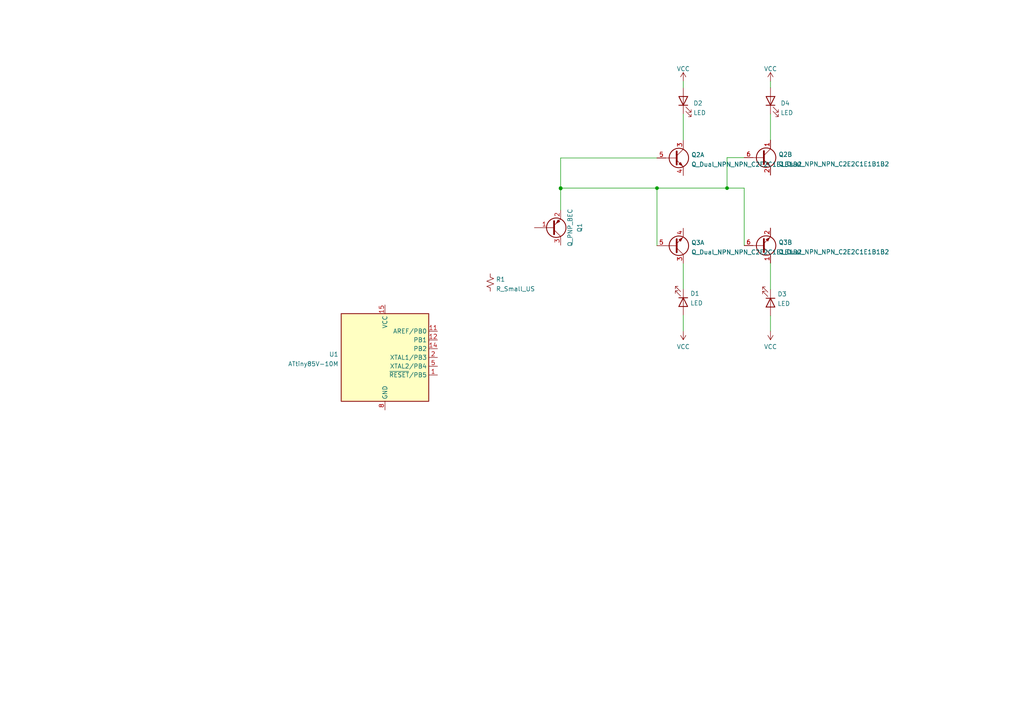
<source format=kicad_sch>
(kicad_sch (version 20211123) (generator eeschema)
  (paper "A4")
  (lib_symbols
    (symbol "Device:LED" (pin_numbers hide) (pin_names (offset 1.016) hide)
      (property "Reference" "D" (at 0 2.54 0))
      (property "Value" "LED" (at 0 -2.54 0))
      (symbol "LED_0_1"
        (polyline (pts (xy -1.27 -1.27) (xy -1.27 1.27)) (stroke (width 0.254)))
        (polyline (pts (xy -1.27 0) (xy 1.27 0)))
        (polyline (pts (xy 1.27 -1.27) (xy 1.27 1.27) (xy -1.27 0) (xy 1.27 -1.27)) (stroke (width 0.254)))
        (polyline (pts (xy -3.048 -0.762) (xy -4.572 -2.286) (xy -3.81 -2.286) (xy -4.572 -2.286) (xy -4.572 -1.524)))
        (polyline (pts (xy -1.778 -0.762) (xy -3.302 -2.286) (xy -2.54 -2.286) (xy -3.302 -2.286) (xy -3.302 -1.524)))
      )
      (symbol "LED_1_1"
        (pin passive line (at -3.81 0 0) (length 2.54) (name "K") (number "1"))
        (pin passive line (at 3.81 0 180) (length 2.54) (name "A") (number "2"))
      )
    )
    (symbol "Device:Q_Dual_NPN_NPN_C2E2C1E1B1B2" (pin_names (offset 0) hide)
      (property "Reference" "Q" (at 5.08 1.27 0))
      (property "Value" "Q_Dual_NPN_NPN_C2E2C1E1B1B2" (at 5.08 -1.27 0))
      (symbol "Q_Dual_NPN_NPN_C2E2C1E1B1B2_0_1"
        (polyline (pts (xy 0.635 0) (xy -2.54 0)))
        (polyline (pts (xy 0.635 0.635) (xy 2.54 2.54)))
        (polyline (pts (xy 0.635 -0.635) (xy 2.54 -2.54) (xy 2.54 -2.54)))
        (polyline (pts (xy 0.635 1.905) (xy 0.635 -1.905) (xy 0.635 -1.905)) (stroke (width 0.508)))
        (polyline (pts (xy 1.27 -1.778) (xy 1.778 -1.27) (xy 2.286 -2.286) (xy 1.27 -1.778) (xy 1.27 -1.778)) (fill (type outline)))
        (circle (center 1.27 0) (radius 2.8194) (stroke (width 0.254)))
      )
      (symbol "Q_Dual_NPN_NPN_C2E2C1E1B1B2_1_1"
        (pin passive line (at 2.54 5.08 270) (length 2.54) (name "C1") (number "3"))
        (pin passive line (at 2.54 -5.08 90) (length 2.54) (name "E1") (number "4"))
        (pin input line (at -5.08 0 0) (length 2.54) (name "B1") (number "5"))
      )
      (symbol "Q_Dual_NPN_NPN_C2E2C1E1B1B2_2_1"
        (pin passive line (at 2.54 5.08 270) (length 2.54) (name "C2") (number "1"))
        (pin passive line (at 2.54 -5.08 90) (length 2.54) (name "E2") (number "2"))
        (pin input line (at -5.08 0 0) (length 2.54) (name "B2") (number "6"))
      )
    )
    (symbol "Device:Q_PNP_BEC" (pin_names (offset 0) hide)
      (property "Reference" "Q" (at 5.08 1.27 0))
      (property "Value" "Q_PNP_BEC" (at 5.08 -1.27 0))
      (symbol "Q_PNP_BEC_0_1"
        (polyline (pts (xy 0.635 0.635) (xy 2.54 2.54)))
        (polyline (pts (xy 0.635 -0.635) (xy 2.54 -2.54) (xy 2.54 -2.54)))
        (polyline (pts (xy 0.635 1.905) (xy 0.635 -1.905) (xy 0.635 -1.905)) (stroke (width 0.508)))
        (polyline (pts (xy 2.286 -1.778) (xy 1.778 -2.286) (xy 1.27 -1.27) (xy 2.286 -1.778) (xy 2.286 -1.778)) (fill (type outline)))
        (circle (center 1.27 0) (radius 2.8194) (stroke (width 0.254)))
      )
      (symbol "Q_PNP_BEC_1_1"
        (pin input line (at -5.08 0 0) (length 5.715) (name "B") (number "1"))
        (pin passive line (at 2.54 -5.08 90) (length 2.54) (name "E") (number "2"))
        (pin passive line (at 2.54 5.08 270) (length 2.54) (name "C") (number "3"))
      )
    )
    (symbol "Device:R_Small_US" (pin_numbers hide) (pin_names (offset 0.254) hide)
      (property "Reference" "R" (at 0.762 0.508 0))
      (property "Value" "R_Small_US" (at 0.762 -1.016 0))
      (symbol "R_Small_US_1_1"
        (polyline (pts (xy 0 0) (xy 1.016 -0.381) (xy 0 -0.762) (xy -1.016 -1.143) (xy 0 -1.524)))
        (polyline (pts (xy 0 1.524) (xy 1.016 1.143) (xy 0 0.762) (xy -1.016 0.381) (xy 0 0)))
        (pin passive line (at 0 2.54 270) (length 1.016) (name "~") (number "1"))
        (pin passive line (at 0 -2.54 90) (length 1.016) (name "~") (number "2"))
      )
    )
    (symbol "MCU_Microchip_ATtiny:ATtiny85V-10M"
      (property "Reference" "U" (at -12.7 13.97 0))
      (property "Value" "ATtiny85V-10M" (at 2.54 -13.97 0))
      (symbol "ATtiny85V-10M_0_1"
        (rectangle (start -12.7 -12.7) (end 12.7 12.7) (stroke (width 0.254)) (fill (type background)))
      )
      (symbol "ATtiny85V-10M_1_1"
        (pin bidirectional line (at 15.24 -5.08 180) (length 2.54) (name "~{RESET}/PB5") (number "1"))
        (pin no_connect line (at -12.7 -2.54 0) (length 2.54) hide (name "NC") (number "10"))
        (pin bidirectional line (at 15.24 7.62 180) (length 2.54) (name "AREF/PB0") (number "11"))
        (pin bidirectional line (at 15.24 5.08 180) (length 2.54) (name "PB1") (number "12"))
        (pin no_connect line (at -12.7 -5.08 0) (length 2.54) hide (name "NC") (number "13"))
        (pin bidirectional line (at 15.24 2.54 180) (length 2.54) (name "PB2") (number "14"))
        (pin power_in line (at 0 15.24 270) (length 2.54) (name "VCC") (number "15"))
        (pin no_connect line (at -12.7 -7.62 0) (length 2.54) hide (name "NC") (number "16"))
        (pin no_connect line (at -12.7 -10.16 0) (length 2.54) hide (name "NC") (number "17"))
        (pin no_connect line (at -7.62 -12.7 90) (length 2.54) hide (name "NC") (number "18"))
        (pin no_connect line (at -5.08 -12.7 90) (length 2.54) hide (name "NC") (number "19"))
        (pin bidirectional line (at 15.24 0 180) (length 2.54) (name "XTAL1/PB3") (number "2"))
        (pin no_connect line (at -2.54 -12.7 90) (length 2.54) hide (name "NC") (number "20"))
        (pin passive line (at 0 -15.24 90) (length 2.54) hide (name "GND") (number "21"))
        (pin no_connect line (at -12.7 10.16 0) (length 2.54) hide (name "NC") (number "3"))
        (pin no_connect line (at -12.7 7.62 0) (length 2.54) hide (name "NC") (number "4"))
        (pin bidirectional line (at 15.24 -2.54 180) (length 2.54) (name "XTAL2/PB4") (number "5"))
        (pin no_connect line (at -12.7 5.08 0) (length 2.54) hide (name "NC") (number "6"))
        (pin no_connect line (at -12.7 2.54 0) (length 2.54) hide (name "NC") (number "7"))
        (pin power_in line (at 0 -15.24 90) (length 2.54) (name "GND") (number "8"))
        (pin no_connect line (at -12.7 0 0) (length 2.54) hide (name "NC") (number "9"))
      )
    )
    (symbol "power:VCC" (power) (pin_names (offset 0))
      (property "Value" "VCC" (at 0 3.81 0))
      (symbol "VCC_0_1"
        (polyline (pts (xy -0.762 1.27) (xy 0 2.54)))
        (polyline (pts (xy 0 0) (xy 0 2.54)))
        (polyline (pts (xy 0 2.54) (xy 0.762 1.27)))
      )
      (symbol "VCC_1_1"
        (pin power_in line (at 0 0 90) (length 0) hide (name "VCC") (number "1"))
      )
    )
  )
  (junction (at 162.6108 54.6608))
  (junction (at 190.5508 54.5592))
  (junction (at 162.6108 54.5592))
  (junction (at 210.8708 54.5592))
  (wire (pts (xy 198.1708 33.0708) (xy 198.1708 40.7416)))
  (wire (pts (xy 190.5508 54.5592) (xy 162.6108 54.5592)))
  (wire (pts (xy 210.8708 54.5592) (xy 215.8492 54.5592)))
  (wire (pts (xy 215.8492 71.2216) (xy 215.8492 54.5592)))
  (wire (pts (xy 198.1708 91.44) (xy 198.1708 96.012)))
  (wire (pts (xy 198.1708 23.5712) (xy 198.1708 25.4508)))
  (wire (pts (xy 223.4692 33.0708) (xy 223.4692 40.64)))
  (wire (pts (xy 210.8708 54.5592) (xy 190.5508 54.5592)))
  (wire (pts (xy 223.4692 76.3016) (xy 223.4692 83.9724)))
  (wire (pts (xy 162.6108 45.8216) (xy 162.6108 54.5592)))
  (wire (pts (xy 223.4692 91.5924) (xy 223.4692 96.012)))
  (wire (pts (xy 210.8708 45.72) (xy 210.8708 54.5592)))
  (wire (pts (xy 190.5508 54.5592) (xy 190.5508 71.2724)))
  (wire (pts (xy 215.8492 45.72) (xy 210.8708 45.72)))
  (wire (pts (xy 162.6108 54.6608) (xy 162.6108 60.96)))
  (wire (pts (xy 223.4692 23.5712) (xy 223.4692 25.4508)))
  (wire (pts (xy 198.1708 76.3524) (xy 198.1708 83.82)))
  (wire (pts (xy 190.5508 45.8216) (xy 162.6108 45.8216)))
  (symbol (lib_id "Device:LED") (at 223.4692 29.2608 90) (unit 1)
    (property "Reference" "D4" (at 226.3902 29.9398 90) (effects (justify right)))
    (property "Value" "LED" (at 226.3902 32.7149 90) (effects (justify right)))
    (property "Footprint" "LED_SMD:LED_0603_1608Metric" (effects hide))
  )
  (symbol (lib_id "power:VCC") (at 223.4692 23.5712 0) (unit 1)
    (property "Reference" "#PWR0101" (effects hide))
    (property "Value" "VCC" (at 223.4692 19.9667 0))
  )
  (symbol (lib_id "power:VCC") (at 223.4692 96.012 180) (unit 1)
    (property "Reference" "#PWR0103" (effects hide))
    (property "Value" "VCC" (at 223.4692 100.5745 0))
  )
  (symbol (lib_id "Device:R_Small_US") (at 142.1892 81.9404 0) (unit 1)
    (property "Reference" "R1" (at 143.8402 81.0319 0) (effects (justify left)))
    (property "Value" "R_Small_US" (at 143.8402 83.807 0) (effects (justify left)))
  )
  (symbol (lib_id "Device:Q_Dual_NPN_NPN_C2E2C1E1B1B2") (at 220.9292 45.72 0) (unit 2)
    (property "Reference" "Q2" (at 225.7806 44.8115 0) (effects (justify left)))
    (property "Value" "Q_Dual_NPN_NPN_C2E2C1E1B1B2" (at 225.7806 47.5866 0) (effects (justify left)))
    (property "Footprint" "Package_TO_SOT_SMD:SOT-23-6" (effects hide))
  )
  (symbol (lib_id "Device:Q_Dual_NPN_NPN_C2E2C1E1B1B2") (at 220.9292 71.2216 0) (mirror x) (unit 2)
    (property "Reference" "Q3" (at 225.7806 70.3131 0) (effects (justify left)))
    (property "Value" "Q_Dual_NPN_NPN_C2E2C1E1B1B2" (at 225.7806 73.0882 0) (effects (justify left)))
    (property "Footprint" "Package_TO_SOT_SMD:SOT-23-6" (effects hide))
  )
  (symbol (lib_id "Device:LED") (at 198.1708 29.2608 90) (unit 1)
    (property "Reference" "D2" (at 201.0918 29.9398 90) (effects (justify right)))
    (property "Value" "LED" (at 201.0918 32.7149 90) (effects (justify right)))
    (property "Footprint" "LED_SMD:LED_0603_1608Metric" (effects hide))
  )
  (symbol (lib_id "Device:Q_Dual_NPN_NPN_C2E2C1E1B1B2") (at 195.6308 45.8216 0) (unit 1)
    (property "Reference" "Q2" (at 200.4822 44.9131 0) (effects (justify left)))
    (property "Value" "Q_Dual_NPN_NPN_C2E2C1E1B1B2" (at 200.4822 47.6882 0) (effects (justify left)))
    (property "Footprint" "Package_TO_SOT_SMD:SOT-23-6" (effects hide))
  )
  (symbol (lib_id "Device:LED") (at 223.4692 87.7824 270) (unit 1)
    (property "Reference" "D3" (at 225.5012 85.2864 90) (effects (justify left)))
    (property "Value" "LED" (at 225.5012 88.0615 90) (effects (justify left)))
    (property "Footprint" "LED_SMD:LED_0603_1608Metric" (effects hide))
  )
  (symbol (lib_id "power:VCC") (at 198.1708 96.012 180) (unit 1)
    (property "Reference" "#PWR0104" (effects hide))
    (property "Value" "VCC" (at 198.1708 100.5745 0))
  )
  (symbol (lib_id "Device:LED") (at 198.1708 87.63 270) (unit 1)
    (property "Reference" "D1" (at 200.2028 85.134 90) (effects (justify left)))
    (property "Value" "LED" (at 200.2028 87.9091 90) (effects (justify left)))
    (property "Footprint" "LED_SMD:LED_0603_1608Metric" (effects hide))
  )
  (symbol (lib_id "Device:Q_Dual_NPN_NPN_C2E2C1E1B1B2") (at 195.6308 71.2724 0) (mirror x) (unit 1)
    (property "Reference" "Q3" (at 200.4822 70.3639 0) (effects (justify left)))
    (property "Value" "Q_Dual_NPN_NPN_C2E2C1E1B1B2" (at 200.4822 73.139 0) (effects (justify left)))
    (property "Footprint" "Package_TO_SOT_SMD:SOT-23-6" (effects hide))
  )
  (symbol (lib_id "MCU_Microchip_ATtiny:ATtiny85V-10M") (at 111.6584 103.6828 0) (unit 1)
    (property "Reference" "U1" (at 98.1964 102.7743 0) (effects (justify right)))
    (property "Value" "ATtiny85V-10M" (at 98.1964 105.5494 0) (effects (justify right)))
    (property "Footprint" "Package_DFN_QFN:QFN-20-1EP_4x4mm_P0.5mm_EP2.6x2.6mm" (effects hide))
    (property "Datasheet" "http://ww1.microchip.com/downloads/en/DeviceDoc/atmel-2586-avr-8-bit-microcontroller-attiny25-attiny45-attiny85_datasheet.pdf" (effects hide))
  )
  (symbol (lib_id "power:VCC") (at 198.1708 23.5712 0) (unit 1)
    (property "Reference" "#PWR0102" (effects hide))
    (property "Value" "VCC" (at 198.1708 19.9667 0))
  )
  (symbol (lib_id "Device:Q_PNP_BEC") (at 160.0708 66.04 0) (mirror x) (unit 1)
    (property "Reference" "Q1" (at 168.1267 66.04 90))
    (property "Value" "Q_PNP_BEC" (at 165.3516 66.04 90))
    (property "Footprint" "Package_TO_SOT_SMD:SOT-23" (effects hide))
  )
)
</source>
